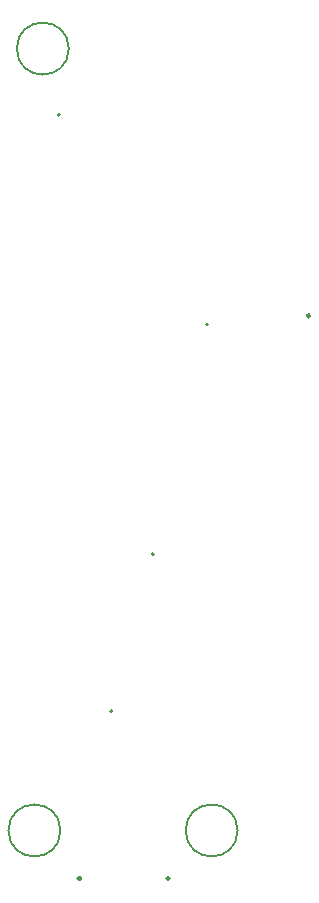
<source format=gbr>
%TF.GenerationSoftware,KiCad,Pcbnew,8.0.8*%
%TF.CreationDate,2025-03-31T21:39:46-04:00*%
%TF.ProjectId,vindriktrning-esp32-s3,76696e64-7269-46b7-9472-6e696e672d65,rev?*%
%TF.SameCoordinates,Original*%
%TF.FileFunction,Other,Comment*%
%FSLAX46Y46*%
G04 Gerber Fmt 4.6, Leading zero omitted, Abs format (unit mm)*
G04 Created by KiCad (PCBNEW 8.0.8) date 2025-03-31 21:39:46*
%MOMM*%
%LPD*%
G01*
G04 APERTURE LIST*
%ADD10C,0.200000*%
%ADD11C,0.150000*%
%ADD12C,0.250000*%
G04 APERTURE END LIST*
D10*
%TO.C,U4*%
X101430000Y-135850000D02*
G75*
G02*
X101230000Y-135850000I-100000J0D01*
G01*
X101230000Y-135850000D02*
G75*
G02*
X101430000Y-135850000I100000J0D01*
G01*
D11*
%TO.C,H3*%
X97025000Y-145950000D02*
G75*
G02*
X92625000Y-145950000I-2200000J0D01*
G01*
X92625000Y-145950000D02*
G75*
G02*
X97025000Y-145950000I2200000J0D01*
G01*
D10*
%TO.C,Q3*%
X104940000Y-122575000D02*
G75*
G02*
X104740000Y-122575000I-100000J0D01*
G01*
X104740000Y-122575000D02*
G75*
G02*
X104940000Y-122575000I100000J0D01*
G01*
D11*
%TO.C,H1*%
X97725000Y-79750000D02*
G75*
G02*
X93325000Y-79750000I-2200000J0D01*
G01*
X93325000Y-79750000D02*
G75*
G02*
X97725000Y-79750000I2200000J0D01*
G01*
D10*
%TO.C,Q2*%
X96985000Y-85370000D02*
G75*
G02*
X96785000Y-85370000I-100000J0D01*
G01*
X96785000Y-85370000D02*
G75*
G02*
X96985000Y-85370000I100000J0D01*
G01*
D12*
%TO.C,FAN1*%
X118150000Y-102380000D02*
G75*
G02*
X117890000Y-102380000I-130000J0D01*
G01*
X117890000Y-102380000D02*
G75*
G02*
X118150000Y-102380000I130000J0D01*
G01*
%TO.C,USB1*%
X106245000Y-150025000D02*
G75*
G02*
X106005000Y-150025000I-120000J0D01*
G01*
X106005000Y-150025000D02*
G75*
G02*
X106245000Y-150025000I120000J0D01*
G01*
X98745000Y-150025000D02*
G75*
G02*
X98505000Y-150025000I-120000J0D01*
G01*
X98505000Y-150025000D02*
G75*
G02*
X98745000Y-150025000I120000J0D01*
G01*
D11*
%TO.C,H2*%
X112025000Y-145950000D02*
G75*
G02*
X107625000Y-145950000I-2200000J0D01*
G01*
X107625000Y-145950000D02*
G75*
G02*
X112025000Y-145950000I2200000J0D01*
G01*
D10*
%TO.C,Q1*%
X109540000Y-103125000D02*
G75*
G02*
X109340000Y-103125000I-100000J0D01*
G01*
X109340000Y-103125000D02*
G75*
G02*
X109540000Y-103125000I100000J0D01*
G01*
%TD*%
M02*

</source>
